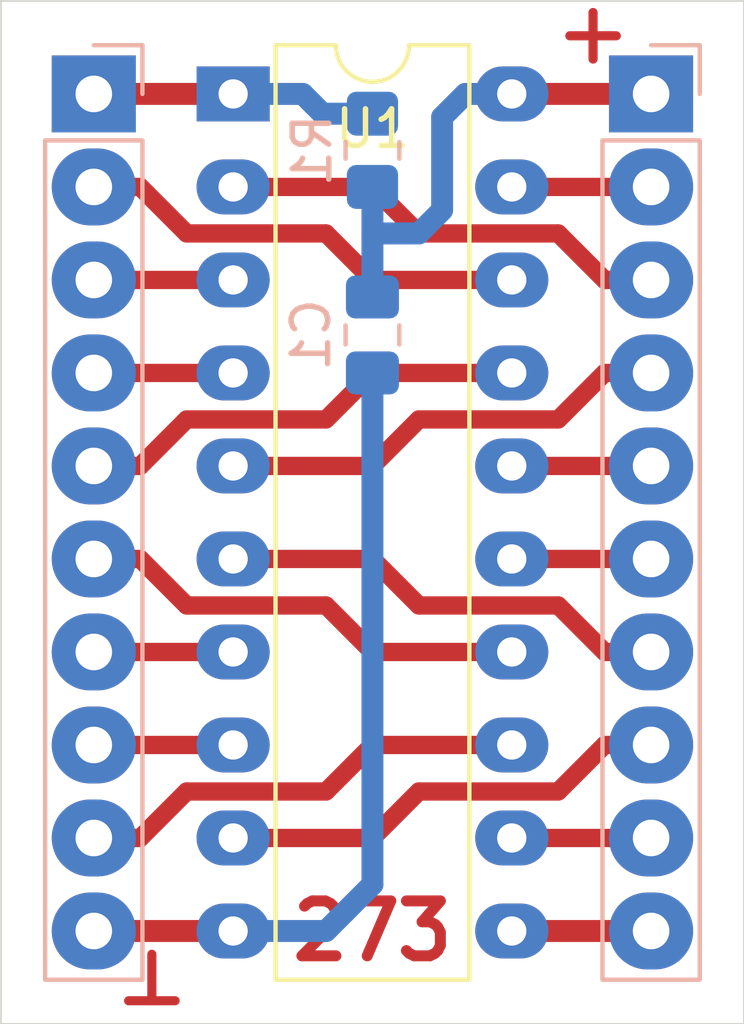
<source format=kicad_pcb>
(kicad_pcb (version 20171130) (host pcbnew "(5.1.8)-1")

  (general
    (thickness 1.6)
    (drawings 5)
    (tracks 69)
    (zones 0)
    (modules 5)
    (nets 21)
  )

  (page A4 portrait)
  (layers
    (0 F.Cu signal)
    (31 B.Cu signal)
    (32 B.Adhes user)
    (33 F.Adhes user)
    (34 B.Paste user)
    (35 F.Paste user)
    (36 B.SilkS user)
    (37 F.SilkS user)
    (38 B.Mask user)
    (39 F.Mask user)
    (40 Dwgs.User user)
    (41 Cmts.User user)
    (42 Eco1.User user)
    (43 Eco2.User user)
    (44 Edge.Cuts user)
    (45 Margin user)
    (46 B.CrtYd user)
    (47 F.CrtYd user)
    (48 B.Fab user)
    (49 F.Fab user)
  )

  (setup
    (last_trace_width 0.6)
    (user_trace_width 0.5)
    (user_trace_width 0.6)
    (trace_clearance 0.2)
    (zone_clearance 0.508)
    (zone_45_only no)
    (trace_min 0.2)
    (via_size 0.8)
    (via_drill 0.4)
    (via_min_size 0.4)
    (via_min_drill 0.3)
    (uvia_size 0.3)
    (uvia_drill 0.1)
    (uvias_allowed no)
    (uvia_min_size 0.2)
    (uvia_min_drill 0.1)
    (edge_width 0.05)
    (segment_width 0.2)
    (pcb_text_width 0.3)
    (pcb_text_size 1.5 1.5)
    (mod_edge_width 0.12)
    (mod_text_size 1 1)
    (mod_text_width 0.15)
    (pad_size 1.524 1.524)
    (pad_drill 0.762)
    (pad_to_mask_clearance 0)
    (aux_axis_origin 0 0)
    (visible_elements 7FFFFFFF)
    (pcbplotparams
      (layerselection 0x010f0_ffffffff)
      (usegerberextensions false)
      (usegerberattributes true)
      (usegerberadvancedattributes true)
      (creategerberjobfile true)
      (excludeedgelayer true)
      (linewidth 0.100000)
      (plotframeref false)
      (viasonmask false)
      (mode 1)
      (useauxorigin false)
      (hpglpennumber 1)
      (hpglpenspeed 20)
      (hpglpendiameter 15.000000)
      (psnegative false)
      (psa4output false)
      (plotreference true)
      (plotvalue true)
      (plotinvisibletext false)
      (padsonsilk false)
      (subtractmaskfromsilk false)
      (outputformat 1)
      (mirror false)
      (drillshape 0)
      (scaleselection 1)
      (outputdirectory "gerber/"))
  )

  (net 0 "")
  (net 1 /~MR)
  (net 2 /D0)
  (net 3 /D1)
  (net 4 /D2)
  (net 5 /D3)
  (net 6 /D4)
  (net 7 /D5)
  (net 8 /D6)
  (net 9 /D7)
  (net 10 /GND)
  (net 11 /CP)
  (net 12 /Q7)
  (net 13 /Q6)
  (net 14 /Q5)
  (net 15 /Q4)
  (net 16 /Q3)
  (net 17 /Q2)
  (net 18 /Q1)
  (net 19 /Q0)
  (net 20 /VCC)

  (net_class Default "This is the default net class."
    (clearance 0.2)
    (trace_width 0.25)
    (via_dia 0.8)
    (via_drill 0.4)
    (uvia_dia 0.3)
    (uvia_drill 0.1)
    (add_net /CP)
    (add_net /D0)
    (add_net /D1)
    (add_net /D2)
    (add_net /D3)
    (add_net /D4)
    (add_net /D5)
    (add_net /D6)
    (add_net /D7)
    (add_net /GND)
    (add_net /Q0)
    (add_net /Q1)
    (add_net /Q2)
    (add_net /Q3)
    (add_net /Q4)
    (add_net /Q5)
    (add_net /Q6)
    (add_net /Q7)
    (add_net /VCC)
    (add_net /~MR)
  )

  (module Resistor_SMD:R_0805_2012Metric_Pad1.20x1.40mm_HandSolder (layer B.Cu) (tedit 5F68FEEE) (tstamp 63A62D02)
    (at 80.01 34.56 270)
    (descr "Resistor SMD 0805 (2012 Metric), square (rectangular) end terminal, IPC_7351 nominal with elongated pad for handsoldering. (Body size source: IPC-SM-782 page 72, https://www.pcb-3d.com/wordpress/wp-content/uploads/ipc-sm-782a_amendment_1_and_2.pdf), generated with kicad-footprint-generator")
    (tags "resistor handsolder")
    (path /63A6AC8F)
    (attr smd)
    (fp_text reference R1 (at 0 1.65 90) (layer B.SilkS)
      (effects (font (size 1 1) (thickness 0.15)) (justify mirror))
    )
    (fp_text value 10k (at 0 -1.65 90) (layer B.Fab)
      (effects (font (size 1 1) (thickness 0.15)) (justify mirror))
    )
    (fp_text user %R (at 0 0 90) (layer B.Fab)
      (effects (font (size 0.5 0.5) (thickness 0.08)) (justify mirror))
    )
    (fp_line (start -1 -0.625) (end -1 0.625) (layer B.Fab) (width 0.1))
    (fp_line (start -1 0.625) (end 1 0.625) (layer B.Fab) (width 0.1))
    (fp_line (start 1 0.625) (end 1 -0.625) (layer B.Fab) (width 0.1))
    (fp_line (start 1 -0.625) (end -1 -0.625) (layer B.Fab) (width 0.1))
    (fp_line (start -0.227064 0.735) (end 0.227064 0.735) (layer B.SilkS) (width 0.12))
    (fp_line (start -0.227064 -0.735) (end 0.227064 -0.735) (layer B.SilkS) (width 0.12))
    (fp_line (start -1.85 -0.95) (end -1.85 0.95) (layer B.CrtYd) (width 0.05))
    (fp_line (start -1.85 0.95) (end 1.85 0.95) (layer B.CrtYd) (width 0.05))
    (fp_line (start 1.85 0.95) (end 1.85 -0.95) (layer B.CrtYd) (width 0.05))
    (fp_line (start 1.85 -0.95) (end -1.85 -0.95) (layer B.CrtYd) (width 0.05))
    (pad 2 smd roundrect (at 1 0 270) (size 1.2 1.4) (layers B.Cu B.Paste B.Mask) (roundrect_rratio 0.208333)
      (net 20 /VCC))
    (pad 1 smd roundrect (at -1 0 270) (size 1.2 1.4) (layers B.Cu B.Paste B.Mask) (roundrect_rratio 0.208333)
      (net 1 /~MR))
    (model ${KISYS3DMOD}/Resistor_SMD.3dshapes/R_0805_2012Metric.wrl
      (at (xyz 0 0 0))
      (scale (xyz 1 1 1))
      (rotate (xyz 0 0 0))
    )
  )

  (module Capacitor_SMD:C_0805_2012Metric_Pad1.18x1.45mm_HandSolder (layer B.Cu) (tedit 5F68FEEF) (tstamp 63A62C7D)
    (at 80.01 39.6025 270)
    (descr "Capacitor SMD 0805 (2012 Metric), square (rectangular) end terminal, IPC_7351 nominal with elongated pad for handsoldering. (Body size source: IPC-SM-782 page 76, https://www.pcb-3d.com/wordpress/wp-content/uploads/ipc-sm-782a_amendment_1_and_2.pdf, https://docs.google.com/spreadsheets/d/1BsfQQcO9C6DZCsRaXUlFlo91Tg2WpOkGARC1WS5S8t0/edit?usp=sharing), generated with kicad-footprint-generator")
    (tags "capacitor handsolder")
    (path /63A69FDC)
    (attr smd)
    (fp_text reference C1 (at 0 1.68 90) (layer B.SilkS)
      (effects (font (size 1 1) (thickness 0.15)) (justify mirror))
    )
    (fp_text value 0.1uF (at 0 -1.68 90) (layer B.Fab)
      (effects (font (size 1 1) (thickness 0.15)) (justify mirror))
    )
    (fp_text user %R (at 0 0 90) (layer B.Fab)
      (effects (font (size 0.5 0.5) (thickness 0.08)) (justify mirror))
    )
    (fp_line (start -1 -0.625) (end -1 0.625) (layer B.Fab) (width 0.1))
    (fp_line (start -1 0.625) (end 1 0.625) (layer B.Fab) (width 0.1))
    (fp_line (start 1 0.625) (end 1 -0.625) (layer B.Fab) (width 0.1))
    (fp_line (start 1 -0.625) (end -1 -0.625) (layer B.Fab) (width 0.1))
    (fp_line (start -0.261252 0.735) (end 0.261252 0.735) (layer B.SilkS) (width 0.12))
    (fp_line (start -0.261252 -0.735) (end 0.261252 -0.735) (layer B.SilkS) (width 0.12))
    (fp_line (start -1.88 -0.98) (end -1.88 0.98) (layer B.CrtYd) (width 0.05))
    (fp_line (start -1.88 0.98) (end 1.88 0.98) (layer B.CrtYd) (width 0.05))
    (fp_line (start 1.88 0.98) (end 1.88 -0.98) (layer B.CrtYd) (width 0.05))
    (fp_line (start 1.88 -0.98) (end -1.88 -0.98) (layer B.CrtYd) (width 0.05))
    (pad 2 smd roundrect (at 1.0375 0 270) (size 1.175 1.45) (layers B.Cu B.Paste B.Mask) (roundrect_rratio 0.212766)
      (net 10 /GND))
    (pad 1 smd roundrect (at -1.0375 0 270) (size 1.175 1.45) (layers B.Cu B.Paste B.Mask) (roundrect_rratio 0.212766)
      (net 20 /VCC))
    (model ${KISYS3DMOD}/Capacitor_SMD.3dshapes/C_0805_2012Metric.wrl
      (at (xyz 0 0 0))
      (scale (xyz 1 1 1))
      (rotate (xyz 0 0 0))
    )
  )

  (module Connector_PinHeader_2.54mm:PinHeader_1x10_P2.54mm_Vertical (layer B.Cu) (tedit 59FED5CC) (tstamp 6360451F)
    (at 72.39 33.02 180)
    (descr "Through hole straight pin header, 1x10, 2.54mm pitch, single row")
    (tags "Through hole pin header THT 1x10 2.54mm single row")
    (path /63605023)
    (fp_text reference J1 (at -2.54 0) (layer B.SilkS) hide
      (effects (font (size 1 1) (thickness 0.15)) (justify mirror))
    )
    (fp_text value Conn_01x10_Male (at -2.54 -10.16 90) (layer B.Fab)
      (effects (font (size 1 1) (thickness 0.15)) (justify mirror))
    )
    (fp_line (start 1.8 1.8) (end -1.8 1.8) (layer B.CrtYd) (width 0.05))
    (fp_line (start 1.8 -24.65) (end 1.8 1.8) (layer B.CrtYd) (width 0.05))
    (fp_line (start -1.8 -24.65) (end 1.8 -24.65) (layer B.CrtYd) (width 0.05))
    (fp_line (start -1.8 1.8) (end -1.8 -24.65) (layer B.CrtYd) (width 0.05))
    (fp_line (start -1.33 1.33) (end 0 1.33) (layer B.SilkS) (width 0.12))
    (fp_line (start -1.33 0) (end -1.33 1.33) (layer B.SilkS) (width 0.12))
    (fp_line (start -1.33 -1.27) (end 1.33 -1.27) (layer B.SilkS) (width 0.12))
    (fp_line (start 1.33 -1.27) (end 1.33 -24.19) (layer B.SilkS) (width 0.12))
    (fp_line (start -1.33 -1.27) (end -1.33 -24.19) (layer B.SilkS) (width 0.12))
    (fp_line (start -1.33 -24.19) (end 1.33 -24.19) (layer B.SilkS) (width 0.12))
    (fp_line (start -1.27 0.635) (end -0.635 1.27) (layer B.Fab) (width 0.1))
    (fp_line (start -1.27 -24.13) (end -1.27 0.635) (layer B.Fab) (width 0.1))
    (fp_line (start 1.27 -24.13) (end -1.27 -24.13) (layer B.Fab) (width 0.1))
    (fp_line (start 1.27 1.27) (end 1.27 -24.13) (layer B.Fab) (width 0.1))
    (fp_line (start -0.635 1.27) (end 1.27 1.27) (layer B.Fab) (width 0.1))
    (fp_text user %R (at 0 -11.43 270) (layer B.Fab)
      (effects (font (size 1 1) (thickness 0.15)) (justify mirror))
    )
    (pad 1 thru_hole rect (at 0 0 180) (size 2.3 2.1) (drill 1) (layers *.Cu *.Mask)
      (net 1 /~MR))
    (pad 2 thru_hole oval (at 0 -2.54 180) (size 2.3 2.1) (drill 1) (layers *.Cu *.Mask)
      (net 2 /D0))
    (pad 3 thru_hole oval (at 0 -5.08 180) (size 2.3 2.1) (drill 1) (layers *.Cu *.Mask)
      (net 3 /D1))
    (pad 4 thru_hole oval (at 0 -7.62 180) (size 2.3 2.1) (drill 1) (layers *.Cu *.Mask)
      (net 4 /D2))
    (pad 5 thru_hole oval (at 0 -10.16 180) (size 2.3 2.1) (drill 1) (layers *.Cu *.Mask)
      (net 5 /D3))
    (pad 6 thru_hole oval (at 0 -12.7 180) (size 2.3 2.1) (drill 1) (layers *.Cu *.Mask)
      (net 6 /D4))
    (pad 7 thru_hole oval (at 0 -15.24 180) (size 2.3 2.1) (drill 1) (layers *.Cu *.Mask)
      (net 7 /D5))
    (pad 8 thru_hole oval (at 0 -17.78 180) (size 2.3 2.1) (drill 1) (layers *.Cu *.Mask)
      (net 8 /D6))
    (pad 9 thru_hole oval (at 0 -20.32 180) (size 2.3 2.1) (drill 1) (layers *.Cu *.Mask)
      (net 9 /D7))
    (pad 10 thru_hole oval (at 0 -22.86 180) (size 2.3 2.1) (drill 1) (layers *.Cu *.Mask)
      (net 10 /GND))
    (model ${KISYS3DMOD}/Connector_PinHeader_2.54mm.3dshapes/PinHeader_1x10_P2.54mm_Vertical.wrl
      (at (xyz 0 0 0))
      (scale (xyz 1 1 1))
      (rotate (xyz 0 0 0))
    )
  )

  (module Connector_PinHeader_2.54mm:PinHeader_1x10_P2.54mm_Vertical (layer B.Cu) (tedit 59FED5CC) (tstamp 6360453D)
    (at 87.63 33.02 180)
    (descr "Through hole straight pin header, 1x10, 2.54mm pitch, single row")
    (tags "Through hole pin header THT 1x10 2.54mm single row")
    (path /63609ABE)
    (fp_text reference J2 (at 2.54 0) (layer B.SilkS) hide
      (effects (font (size 1 1) (thickness 0.15)) (justify mirror))
    )
    (fp_text value Conn_01x10_Male (at 2.54 -10.16 90) (layer B.Fab)
      (effects (font (size 1 1) (thickness 0.15)) (justify mirror))
    )
    (fp_line (start -0.635 1.27) (end 1.27 1.27) (layer B.Fab) (width 0.1))
    (fp_line (start 1.27 1.27) (end 1.27 -24.13) (layer B.Fab) (width 0.1))
    (fp_line (start 1.27 -24.13) (end -1.27 -24.13) (layer B.Fab) (width 0.1))
    (fp_line (start -1.27 -24.13) (end -1.27 0.635) (layer B.Fab) (width 0.1))
    (fp_line (start -1.27 0.635) (end -0.635 1.27) (layer B.Fab) (width 0.1))
    (fp_line (start -1.33 -24.19) (end 1.33 -24.19) (layer B.SilkS) (width 0.12))
    (fp_line (start -1.33 -1.27) (end -1.33 -24.19) (layer B.SilkS) (width 0.12))
    (fp_line (start 1.33 -1.27) (end 1.33 -24.19) (layer B.SilkS) (width 0.12))
    (fp_line (start -1.33 -1.27) (end 1.33 -1.27) (layer B.SilkS) (width 0.12))
    (fp_line (start -1.33 0) (end -1.33 1.33) (layer B.SilkS) (width 0.12))
    (fp_line (start -1.33 1.33) (end 0 1.33) (layer B.SilkS) (width 0.12))
    (fp_line (start -1.8 1.8) (end -1.8 -24.65) (layer B.CrtYd) (width 0.05))
    (fp_line (start -1.8 -24.65) (end 1.8 -24.65) (layer B.CrtYd) (width 0.05))
    (fp_line (start 1.8 -24.65) (end 1.8 1.8) (layer B.CrtYd) (width 0.05))
    (fp_line (start 1.8 1.8) (end -1.8 1.8) (layer B.CrtYd) (width 0.05))
    (fp_text user %R (at 0 -11.43 270) (layer B.Fab)
      (effects (font (size 1 1) (thickness 0.15)) (justify mirror))
    )
    (pad 10 thru_hole oval (at 0 -22.86 180) (size 2.3 2.1) (drill 1) (layers *.Cu *.Mask)
      (net 11 /CP))
    (pad 9 thru_hole oval (at 0 -20.32 180) (size 2.3 2.1) (drill 1) (layers *.Cu *.Mask)
      (net 12 /Q7))
    (pad 8 thru_hole oval (at 0 -17.78 180) (size 2.3 2.1) (drill 1) (layers *.Cu *.Mask)
      (net 13 /Q6))
    (pad 7 thru_hole oval (at 0 -15.24 180) (size 2.3 2.1) (drill 1) (layers *.Cu *.Mask)
      (net 14 /Q5))
    (pad 6 thru_hole oval (at 0 -12.7 180) (size 2.3 2.1) (drill 1) (layers *.Cu *.Mask)
      (net 15 /Q4))
    (pad 5 thru_hole oval (at 0 -10.16 180) (size 2.3 2.1) (drill 1) (layers *.Cu *.Mask)
      (net 16 /Q3))
    (pad 4 thru_hole oval (at 0 -7.62 180) (size 2.3 2.1) (drill 1) (layers *.Cu *.Mask)
      (net 17 /Q2))
    (pad 3 thru_hole oval (at 0 -5.08 180) (size 2.3 2.1) (drill 1) (layers *.Cu *.Mask)
      (net 18 /Q1))
    (pad 2 thru_hole oval (at 0 -2.54 180) (size 2.3 2.1) (drill 1) (layers *.Cu *.Mask)
      (net 19 /Q0))
    (pad 1 thru_hole rect (at 0 0 180) (size 2.3 2.1) (drill 1) (layers *.Cu *.Mask)
      (net 20 /VCC))
    (model ${KISYS3DMOD}/Connector_PinHeader_2.54mm.3dshapes/PinHeader_1x10_P2.54mm_Vertical.wrl
      (at (xyz 0 0 0))
      (scale (xyz 1 1 1))
      (rotate (xyz 0 0 0))
    )
  )

  (module Package_DIP:DIP-20_W7.62mm (layer F.Cu) (tedit 5A02E8C5) (tstamp 63604565)
    (at 76.2 33.02)
    (descr "20-lead though-hole mounted DIP package, row spacing 7.62 mm (300 mils)")
    (tags "THT DIP DIL PDIP 2.54mm 7.62mm 300mil")
    (path /63603F32)
    (fp_text reference U1 (at 3.81 0.9525) (layer F.SilkS)
      (effects (font (size 1 1) (thickness 0.15)))
    )
    (fp_text value 74HC273 (at 3.81 24.4475) (layer F.Fab)
      (effects (font (size 1 1) (thickness 0.15)))
    )
    (fp_line (start 8.7 -1.55) (end -1.1 -1.55) (layer F.CrtYd) (width 0.05))
    (fp_line (start 8.7 24.4) (end 8.7 -1.55) (layer F.CrtYd) (width 0.05))
    (fp_line (start -1.1 24.4) (end 8.7 24.4) (layer F.CrtYd) (width 0.05))
    (fp_line (start -1.1 -1.55) (end -1.1 24.4) (layer F.CrtYd) (width 0.05))
    (fp_line (start 6.46 -1.33) (end 4.81 -1.33) (layer F.SilkS) (width 0.12))
    (fp_line (start 6.46 24.19) (end 6.46 -1.33) (layer F.SilkS) (width 0.12))
    (fp_line (start 1.16 24.19) (end 6.46 24.19) (layer F.SilkS) (width 0.12))
    (fp_line (start 1.16 -1.33) (end 1.16 24.19) (layer F.SilkS) (width 0.12))
    (fp_line (start 2.81 -1.33) (end 1.16 -1.33) (layer F.SilkS) (width 0.12))
    (fp_line (start 0.635 -0.27) (end 1.635 -1.27) (layer F.Fab) (width 0.1))
    (fp_line (start 0.635 24.13) (end 0.635 -0.27) (layer F.Fab) (width 0.1))
    (fp_line (start 6.985 24.13) (end 0.635 24.13) (layer F.Fab) (width 0.1))
    (fp_line (start 6.985 -1.27) (end 6.985 24.13) (layer F.Fab) (width 0.1))
    (fp_line (start 1.635 -1.27) (end 6.985 -1.27) (layer F.Fab) (width 0.1))
    (fp_arc (start 3.81 -1.33) (end 2.81 -1.33) (angle -180) (layer F.SilkS) (width 0.12))
    (fp_text user %R (at 3.81 11.43) (layer F.Fab)
      (effects (font (size 1 1) (thickness 0.15)))
    )
    (pad 1 thru_hole rect (at 0 0) (size 2 1.5) (drill 0.8) (layers *.Cu *.Mask)
      (net 1 /~MR))
    (pad 11 thru_hole oval (at 7.62 22.86) (size 2 1.5) (drill 0.8) (layers *.Cu *.Mask)
      (net 11 /CP))
    (pad 2 thru_hole oval (at 0 2.54) (size 2 1.5) (drill 0.8) (layers *.Cu *.Mask)
      (net 18 /Q1))
    (pad 12 thru_hole oval (at 7.62 20.32) (size 2 1.5) (drill 0.8) (layers *.Cu *.Mask)
      (net 12 /Q7))
    (pad 3 thru_hole oval (at 0 5.08) (size 2 1.5) (drill 0.8) (layers *.Cu *.Mask)
      (net 3 /D1))
    (pad 13 thru_hole oval (at 7.62 17.78) (size 2 1.5) (drill 0.8) (layers *.Cu *.Mask)
      (net 9 /D7))
    (pad 4 thru_hole oval (at 0 7.62) (size 2 1.5) (drill 0.8) (layers *.Cu *.Mask)
      (net 4 /D2))
    (pad 14 thru_hole oval (at 7.62 15.24) (size 2 1.5) (drill 0.8) (layers *.Cu *.Mask)
      (net 6 /D4))
    (pad 5 thru_hole oval (at 0 10.16) (size 2 1.5) (drill 0.8) (layers *.Cu *.Mask)
      (net 17 /Q2))
    (pad 15 thru_hole oval (at 7.62 12.7) (size 2 1.5) (drill 0.8) (layers *.Cu *.Mask)
      (net 15 /Q4))
    (pad 6 thru_hole oval (at 0 12.7) (size 2 1.5) (drill 0.8) (layers *.Cu *.Mask)
      (net 14 /Q5))
    (pad 16 thru_hole oval (at 7.62 10.16) (size 2 1.5) (drill 0.8) (layers *.Cu *.Mask)
      (net 16 /Q3))
    (pad 7 thru_hole oval (at 0 15.24) (size 2 1.5) (drill 0.8) (layers *.Cu *.Mask)
      (net 7 /D5))
    (pad 17 thru_hole oval (at 7.62 7.62) (size 2 1.5) (drill 0.8) (layers *.Cu *.Mask)
      (net 5 /D3))
    (pad 8 thru_hole oval (at 0 17.78) (size 2 1.5) (drill 0.8) (layers *.Cu *.Mask)
      (net 8 /D6))
    (pad 18 thru_hole oval (at 7.62 5.08) (size 2 1.5) (drill 0.8) (layers *.Cu *.Mask)
      (net 2 /D0))
    (pad 9 thru_hole oval (at 0 20.32) (size 2 1.5) (drill 0.8) (layers *.Cu *.Mask)
      (net 13 /Q6))
    (pad 19 thru_hole oval (at 7.62 2.54) (size 2 1.5) (drill 0.8) (layers *.Cu *.Mask)
      (net 19 /Q0))
    (pad 10 thru_hole oval (at 0 22.86) (size 2 1.5) (drill 0.8) (layers *.Cu *.Mask)
      (net 10 /GND))
    (pad 20 thru_hole oval (at 7.62 0) (size 2 1.5) (drill 0.8) (layers *.Cu *.Mask)
      (net 20 /VCC))
    (model ${KISYS3DMOD}/Package_DIP.3dshapes/DIP-20_W7.62mm.wrl
      (at (xyz 0 0 0))
      (scale (xyz 1 1 1))
      (rotate (xyz 0 0 0))
    )
  )

  (gr_text 273 (at 80.01 55.88) (layer F.Cu)
    (effects (font (size 1.5 1.5) (thickness 0.3)))
  )
  (gr_line (start 69.85 58.42) (end 69.85 30.48) (layer Edge.Cuts) (width 0.05) (tstamp 63604887))
  (gr_line (start 90.17 58.42) (end 69.85 58.42) (layer Edge.Cuts) (width 0.05))
  (gr_line (start 90.17 30.48) (end 90.17 58.42) (layer Edge.Cuts) (width 0.05))
  (gr_line (start 69.85 30.48) (end 90.17 30.48) (layer Edge.Cuts) (width 0.05))

  (segment (start 86.0425 30.7975) (end 86.0425 32.0675) (width 0.25) (layer F.Cu) (net 0))
  (segment (start 85.4075 31.4325) (end 86.6775 31.4325) (width 0.25) (layer F.Cu) (net 0))
  (segment (start 73.3425 57.785) (end 74.6125 57.785) (width 0.25) (layer F.Cu) (net 0) (tstamp 636059C1))
  (segment (start 73.9775 56.515) (end 73.9775 57.785) (width 0.25) (layer F.Cu) (net 0) (tstamp 636059C2))
  (segment (start 72.39 33.02) (end 76.2 33.02) (width 0.6) (layer F.Cu) (net 1))
  (segment (start 80.01 33.56) (end 78.645 33.56) (width 0.6) (layer B.Cu) (net 1))
  (segment (start 78.105 33.02) (end 76.2 33.02) (width 0.6) (layer B.Cu) (net 1))
  (segment (start 78.645 33.56) (end 78.105 33.02) (width 0.6) (layer B.Cu) (net 1))
  (segment (start 80.01 38.1) (end 83.82 38.1) (width 0.5) (layer F.Cu) (net 2))
  (segment (start 74.93 36.83) (end 78.74 36.83) (width 0.5) (layer F.Cu) (net 2))
  (segment (start 73.66 35.56) (end 74.93 36.83) (width 0.5) (layer F.Cu) (net 2))
  (segment (start 78.74 36.83) (end 80.01 38.1) (width 0.5) (layer F.Cu) (net 2))
  (segment (start 72.39 35.56) (end 73.66 35.56) (width 0.5) (layer F.Cu) (net 2))
  (segment (start 72.39 38.1) (end 76.2 38.1) (width 0.5) (layer F.Cu) (net 3))
  (segment (start 72.39 40.64) (end 76.2 40.64) (width 0.5) (layer F.Cu) (net 4))
  (segment (start 80.01 40.64) (end 83.82 40.64) (width 0.5) (layer F.Cu) (net 5))
  (segment (start 78.74 41.91) (end 80.01 40.64) (width 0.5) (layer F.Cu) (net 5))
  (segment (start 74.93 41.91) (end 78.74 41.91) (width 0.5) (layer F.Cu) (net 5))
  (segment (start 73.66 43.18) (end 74.93 41.91) (width 0.5) (layer F.Cu) (net 5))
  (segment (start 72.39 43.18) (end 73.66 43.18) (width 0.5) (layer F.Cu) (net 5))
  (segment (start 80.01 48.26) (end 83.82 48.26) (width 0.5) (layer F.Cu) (net 6))
  (segment (start 78.74 46.99) (end 80.01 48.26) (width 0.5) (layer F.Cu) (net 6))
  (segment (start 74.93 46.99) (end 78.74 46.99) (width 0.5) (layer F.Cu) (net 6))
  (segment (start 73.66 45.72) (end 74.93 46.99) (width 0.5) (layer F.Cu) (net 6))
  (segment (start 72.39 45.72) (end 73.66 45.72) (width 0.5) (layer F.Cu) (net 6))
  (segment (start 72.39 48.26) (end 76.2 48.26) (width 0.5) (layer F.Cu) (net 7))
  (segment (start 72.39 50.8) (end 76.2 50.8) (width 0.5) (layer F.Cu) (net 8))
  (segment (start 80.01 50.8) (end 83.82 50.8) (width 0.5) (layer F.Cu) (net 9))
  (segment (start 78.74 52.07) (end 80.01 50.8) (width 0.5) (layer F.Cu) (net 9))
  (segment (start 74.93 52.07) (end 78.74 52.07) (width 0.5) (layer F.Cu) (net 9))
  (segment (start 73.66 53.34) (end 74.93 52.07) (width 0.5) (layer F.Cu) (net 9))
  (segment (start 72.39 53.34) (end 73.66 53.34) (width 0.5) (layer F.Cu) (net 9))
  (segment (start 72.39 55.88) (end 76.2 55.88) (width 0.6) (layer F.Cu) (net 10))
  (segment (start 78.74 55.88) (end 80.01 54.61) (width 0.6) (layer B.Cu) (net 10))
  (segment (start 80.01 40.64) (end 80.01 54.61) (width 0.6) (layer B.Cu) (net 10))
  (segment (start 76.2 55.88) (end 78.74 55.88) (width 0.6) (layer B.Cu) (net 10))
  (segment (start 83.82 55.88) (end 87.63 55.88) (width 0.6) (layer F.Cu) (net 11))
  (segment (start 83.82 53.34) (end 87.63 53.34) (width 0.5) (layer F.Cu) (net 12))
  (segment (start 81.28 52.07) (end 80.01 53.34) (width 0.5) (layer F.Cu) (net 13))
  (segment (start 80.01 53.34) (end 76.2 53.34) (width 0.5) (layer F.Cu) (net 13))
  (segment (start 85.09 52.07) (end 81.28 52.07) (width 0.5) (layer F.Cu) (net 13))
  (segment (start 86.36 50.8) (end 85.09 52.07) (width 0.5) (layer F.Cu) (net 13))
  (segment (start 87.63 50.8) (end 86.36 50.8) (width 0.5) (layer F.Cu) (net 13))
  (segment (start 80.01 45.72) (end 76.2 45.72) (width 0.5) (layer F.Cu) (net 14))
  (segment (start 81.28 46.99) (end 80.01 45.72) (width 0.5) (layer F.Cu) (net 14))
  (segment (start 85.09 46.99) (end 81.28 46.99) (width 0.5) (layer F.Cu) (net 14))
  (segment (start 86.36 48.26) (end 85.09 46.99) (width 0.5) (layer F.Cu) (net 14))
  (segment (start 87.63 48.26) (end 86.36 48.26) (width 0.5) (layer F.Cu) (net 14))
  (segment (start 83.82 45.72) (end 87.63 45.72) (width 0.5) (layer F.Cu) (net 15))
  (segment (start 83.82 43.18) (end 87.63 43.18) (width 0.5) (layer F.Cu) (net 16))
  (segment (start 81.28 41.91) (end 80.01 43.18) (width 0.5) (layer F.Cu) (net 17))
  (segment (start 85.09 41.91) (end 81.28 41.91) (width 0.5) (layer F.Cu) (net 17))
  (segment (start 80.01 43.18) (end 76.2 43.18) (width 0.5) (layer F.Cu) (net 17))
  (segment (start 86.36 40.64) (end 85.09 41.91) (width 0.5) (layer F.Cu) (net 17))
  (segment (start 87.63 40.64) (end 86.36 40.64) (width 0.5) (layer F.Cu) (net 17))
  (segment (start 80.01 35.56) (end 81.28 36.83) (width 0.5) (layer F.Cu) (net 18))
  (segment (start 76.2 35.56) (end 80.01 35.56) (width 0.5) (layer F.Cu) (net 18))
  (segment (start 87.63 38.1) (end 86.36 38.1) (width 0.5) (layer F.Cu) (net 18))
  (segment (start 86.36 38.1) (end 85.09 36.83) (width 0.5) (layer F.Cu) (net 18))
  (segment (start 81.28 36.83) (end 85.09 36.83) (width 0.5) (layer F.Cu) (net 18))
  (segment (start 83.82 35.56) (end 87.63 35.56) (width 0.5) (layer F.Cu) (net 19))
  (segment (start 83.82 33.02) (end 87.63 33.02) (width 0.6) (layer F.Cu) (net 20))
  (segment (start 83.82 33.02) (end 82.55 33.02) (width 0.6) (layer B.Cu) (net 20))
  (segment (start 82.55 33.02) (end 81.915 33.655) (width 0.6) (layer B.Cu) (net 20))
  (segment (start 80.01 36.83) (end 80.01 38.565) (width 0.6) (layer B.Cu) (net 20))
  (segment (start 80.01 35.56) (end 80.01 36.83) (width 0.6) (layer B.Cu) (net 20))
  (segment (start 81.28 36.83) (end 81.915 36.195) (width 0.6) (layer B.Cu) (net 20))
  (segment (start 81.915 33.655) (end 81.915 36.195) (width 0.6) (layer B.Cu) (net 20))
  (segment (start 81.28 36.83) (end 80.01 36.83) (width 0.6) (layer B.Cu) (net 20))

)

</source>
